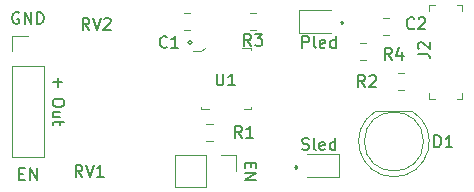
<source format=gbr>
G04 #@! TF.GenerationSoftware,KiCad,Pcbnew,5.1.5-52549c5~86~ubuntu16.04.1*
G04 #@! TF.CreationDate,2020-07-22T23:43:53+05:30*
G04 #@! TF.ProjectId,IR_Sensor_Module_555_V1.0,49525f53-656e-4736-9f72-5f4d6f64756c,rev?*
G04 #@! TF.SameCoordinates,Original*
G04 #@! TF.FileFunction,Legend,Top*
G04 #@! TF.FilePolarity,Positive*
%FSLAX46Y46*%
G04 Gerber Fmt 4.6, Leading zero omitted, Abs format (unit mm)*
G04 Created by KiCad (PCBNEW 5.1.5-52549c5~86~ubuntu16.04.1) date 2020-07-22 23:43:53*
%MOMM*%
%LPD*%
G04 APERTURE LIST*
%ADD10C,0.250000*%
%ADD11C,0.150000*%
%ADD12C,0.200000*%
%ADD13C,0.120000*%
%ADD14C,0.100000*%
G04 APERTURE END LIST*
D10*
X128676400Y-101626942D02*
X128724019Y-101674561D01*
X128676400Y-101722180D01*
X128628780Y-101674561D01*
X128676400Y-101626942D01*
X128676400Y-101722180D01*
X124764800Y-113869742D02*
X124812419Y-113917361D01*
X124764800Y-113964980D01*
X124717180Y-113917361D01*
X124764800Y-113869742D01*
X124764800Y-113964980D01*
D11*
X125341238Y-103830380D02*
X125341238Y-102830380D01*
X125722190Y-102830380D01*
X125817428Y-102878000D01*
X125865047Y-102925619D01*
X125912666Y-103020857D01*
X125912666Y-103163714D01*
X125865047Y-103258952D01*
X125817428Y-103306571D01*
X125722190Y-103354190D01*
X125341238Y-103354190D01*
X126484095Y-103830380D02*
X126388857Y-103782761D01*
X126341238Y-103687523D01*
X126341238Y-102830380D01*
X127246000Y-103782761D02*
X127150761Y-103830380D01*
X126960285Y-103830380D01*
X126865047Y-103782761D01*
X126817428Y-103687523D01*
X126817428Y-103306571D01*
X126865047Y-103211333D01*
X126960285Y-103163714D01*
X127150761Y-103163714D01*
X127246000Y-103211333D01*
X127293619Y-103306571D01*
X127293619Y-103401809D01*
X126817428Y-103497047D01*
X128150761Y-103830380D02*
X128150761Y-102830380D01*
X128150761Y-103782761D02*
X128055523Y-103830380D01*
X127865047Y-103830380D01*
X127769809Y-103782761D01*
X127722190Y-103735142D01*
X127674571Y-103639904D01*
X127674571Y-103354190D01*
X127722190Y-103258952D01*
X127769809Y-103211333D01*
X127865047Y-103163714D01*
X128055523Y-103163714D01*
X128150761Y-103211333D01*
X125317428Y-112418761D02*
X125460285Y-112466380D01*
X125698380Y-112466380D01*
X125793619Y-112418761D01*
X125841238Y-112371142D01*
X125888857Y-112275904D01*
X125888857Y-112180666D01*
X125841238Y-112085428D01*
X125793619Y-112037809D01*
X125698380Y-111990190D01*
X125507904Y-111942571D01*
X125412666Y-111894952D01*
X125365047Y-111847333D01*
X125317428Y-111752095D01*
X125317428Y-111656857D01*
X125365047Y-111561619D01*
X125412666Y-111514000D01*
X125507904Y-111466380D01*
X125746000Y-111466380D01*
X125888857Y-111514000D01*
X126460285Y-112466380D02*
X126365047Y-112418761D01*
X126317428Y-112323523D01*
X126317428Y-111466380D01*
X127222190Y-112418761D02*
X127126952Y-112466380D01*
X126936476Y-112466380D01*
X126841238Y-112418761D01*
X126793619Y-112323523D01*
X126793619Y-111942571D01*
X126841238Y-111847333D01*
X126936476Y-111799714D01*
X127126952Y-111799714D01*
X127222190Y-111847333D01*
X127269809Y-111942571D01*
X127269809Y-112037809D01*
X126793619Y-112133047D01*
X128126952Y-112466380D02*
X128126952Y-111466380D01*
X128126952Y-112418761D02*
X128031714Y-112466380D01*
X127841238Y-112466380D01*
X127746000Y-112418761D01*
X127698380Y-112371142D01*
X127650761Y-112275904D01*
X127650761Y-111990190D01*
X127698380Y-111894952D01*
X127746000Y-111847333D01*
X127841238Y-111799714D01*
X128031714Y-111799714D01*
X128126952Y-111847333D01*
X120975428Y-113561904D02*
X120975428Y-113895238D01*
X120451619Y-114038095D02*
X120451619Y-113561904D01*
X121451619Y-113561904D01*
X121451619Y-114038095D01*
X120451619Y-114466666D02*
X121451619Y-114466666D01*
X120451619Y-115038095D01*
X121451619Y-115038095D01*
X105028952Y-106751428D02*
X104267047Y-106751428D01*
X104648000Y-107132380D02*
X104648000Y-106370476D01*
X101346095Y-100846000D02*
X101250857Y-100798380D01*
X101108000Y-100798380D01*
X100965142Y-100846000D01*
X100869904Y-100941238D01*
X100822285Y-101036476D01*
X100774666Y-101226952D01*
X100774666Y-101369809D01*
X100822285Y-101560285D01*
X100869904Y-101655523D01*
X100965142Y-101750761D01*
X101108000Y-101798380D01*
X101203238Y-101798380D01*
X101346095Y-101750761D01*
X101393714Y-101703142D01*
X101393714Y-101369809D01*
X101203238Y-101369809D01*
X101822285Y-101798380D02*
X101822285Y-100798380D01*
X102393714Y-101798380D01*
X102393714Y-100798380D01*
X102869904Y-101798380D02*
X102869904Y-100798380D01*
X103108000Y-100798380D01*
X103250857Y-100846000D01*
X103346095Y-100941238D01*
X103393714Y-101036476D01*
X103441333Y-101226952D01*
X103441333Y-101369809D01*
X103393714Y-101560285D01*
X103346095Y-101655523D01*
X103250857Y-101750761D01*
X103108000Y-101798380D01*
X102869904Y-101798380D01*
X105195619Y-108386666D02*
X105195619Y-108577142D01*
X105148000Y-108672380D01*
X105052761Y-108767619D01*
X104862285Y-108815238D01*
X104528952Y-108815238D01*
X104338476Y-108767619D01*
X104243238Y-108672380D01*
X104195619Y-108577142D01*
X104195619Y-108386666D01*
X104243238Y-108291428D01*
X104338476Y-108196190D01*
X104528952Y-108148571D01*
X104862285Y-108148571D01*
X105052761Y-108196190D01*
X105148000Y-108291428D01*
X105195619Y-108386666D01*
X104862285Y-109672380D02*
X104195619Y-109672380D01*
X104862285Y-109243809D02*
X104338476Y-109243809D01*
X104243238Y-109291428D01*
X104195619Y-109386666D01*
X104195619Y-109529523D01*
X104243238Y-109624761D01*
X104290857Y-109672380D01*
X104862285Y-110005714D02*
X104862285Y-110386666D01*
X105195619Y-110148571D02*
X104338476Y-110148571D01*
X104243238Y-110196190D01*
X104195619Y-110291428D01*
X104195619Y-110386666D01*
X101369904Y-114482571D02*
X101703238Y-114482571D01*
X101846095Y-115006380D02*
X101369904Y-115006380D01*
X101369904Y-114006380D01*
X101846095Y-114006380D01*
X102274666Y-115006380D02*
X102274666Y-114006380D01*
X102846095Y-115006380D01*
X102846095Y-114006380D01*
D12*
X115974000Y-103378000D02*
G75*
G03X115974000Y-103378000I-150000J0D01*
G01*
D13*
X100778000Y-102810000D02*
X102108000Y-102810000D01*
X100778000Y-104140000D02*
X100778000Y-102810000D01*
X100778000Y-105410000D02*
X103438000Y-105410000D01*
X103438000Y-105410000D02*
X103438000Y-113090000D01*
X100778000Y-105410000D02*
X100778000Y-113090000D01*
X100778000Y-113090000D02*
X103438000Y-113090000D01*
D14*
X116772000Y-104106000D02*
X116072000Y-104106000D01*
X117072000Y-103806000D02*
X116772000Y-104106000D01*
X120972000Y-103826000D02*
X120972000Y-104026000D01*
X120272000Y-103826000D02*
X120972000Y-103826000D01*
X120972000Y-109026000D02*
X120372000Y-109026000D01*
X120972000Y-108826000D02*
X120972000Y-109026000D01*
X116772000Y-109026000D02*
X117472000Y-109026000D01*
X116772000Y-108826000D02*
X116772000Y-109026000D01*
D13*
X130218922Y-104850000D02*
X130736078Y-104850000D01*
X130218922Y-103430000D02*
X130736078Y-103430000D01*
X121416578Y-100890000D02*
X120899422Y-100890000D01*
X121416578Y-102310000D02*
X120899422Y-102310000D01*
X133423922Y-107390000D02*
X133941078Y-107390000D01*
X133423922Y-105970000D02*
X133941078Y-105970000D01*
X117222157Y-111714110D02*
X117739313Y-111714110D01*
X117222157Y-110294110D02*
X117739313Y-110294110D01*
X119762005Y-112928717D02*
X119762005Y-114258717D01*
X118432005Y-112928717D02*
X119762005Y-112928717D01*
X117162005Y-112928717D02*
X117162005Y-115588717D01*
X117162005Y-115588717D02*
X114562005Y-115588717D01*
X117162005Y-112928717D02*
X114562005Y-112928717D01*
X114562005Y-112928717D02*
X114562005Y-115588717D01*
D14*
X136099406Y-100220003D02*
X136099406Y-100720003D01*
X136099406Y-100220003D02*
X136599406Y-100220003D01*
X136099406Y-108120003D02*
X136099406Y-107620003D01*
X136099406Y-108120003D02*
X136599406Y-108120003D01*
X138899406Y-108120003D02*
X138399406Y-108120003D01*
X138899406Y-108120003D02*
X138899406Y-107620003D01*
X138899406Y-100220003D02*
X138899406Y-100720003D01*
X138899406Y-100220003D02*
X138399406Y-100220003D01*
D13*
X125061000Y-102566880D02*
X127746000Y-102566880D01*
X125061000Y-100646880D02*
X125061000Y-102566880D01*
X127746000Y-100646880D02*
X125061000Y-100646880D01*
X128431000Y-112832000D02*
X125746000Y-112832000D01*
X128431000Y-114752000D02*
X128431000Y-112832000D01*
X125746000Y-114752000D02*
X128431000Y-114752000D01*
X134641000Y-109200000D02*
X131551000Y-109200000D01*
X135596000Y-111760000D02*
G75*
G03X135596000Y-111760000I-2500000J0D01*
G01*
X133096462Y-114750000D02*
G75*
G02X131551170Y-109200000I-462J2990000D01*
G01*
X133095538Y-114750000D02*
G75*
G03X134640830Y-109200000I462J2990000D01*
G01*
X132679334Y-101285166D02*
X132162178Y-101285166D01*
X132679334Y-102705166D02*
X132162178Y-102705166D01*
X115311422Y-102310000D02*
X115828578Y-102310000D01*
X115311422Y-100890000D02*
X115828578Y-100890000D01*
D11*
X106719761Y-114752380D02*
X106386428Y-114276190D01*
X106148333Y-114752380D02*
X106148333Y-113752380D01*
X106529285Y-113752380D01*
X106624523Y-113800000D01*
X106672142Y-113847619D01*
X106719761Y-113942857D01*
X106719761Y-114085714D01*
X106672142Y-114180952D01*
X106624523Y-114228571D01*
X106529285Y-114276190D01*
X106148333Y-114276190D01*
X107005476Y-113752380D02*
X107338809Y-114752380D01*
X107672142Y-113752380D01*
X108529285Y-114752380D02*
X107957857Y-114752380D01*
X108243571Y-114752380D02*
X108243571Y-113752380D01*
X108148333Y-113895238D01*
X108053095Y-113990476D01*
X107957857Y-114038095D01*
X107303961Y-102306380D02*
X106970628Y-101830190D01*
X106732533Y-102306380D02*
X106732533Y-101306380D01*
X107113485Y-101306380D01*
X107208723Y-101354000D01*
X107256342Y-101401619D01*
X107303961Y-101496857D01*
X107303961Y-101639714D01*
X107256342Y-101734952D01*
X107208723Y-101782571D01*
X107113485Y-101830190D01*
X106732533Y-101830190D01*
X107589676Y-101306380D02*
X107923009Y-102306380D01*
X108256342Y-101306380D01*
X108542057Y-101401619D02*
X108589676Y-101354000D01*
X108684914Y-101306380D01*
X108923009Y-101306380D01*
X109018247Y-101354000D01*
X109065866Y-101401619D01*
X109113485Y-101496857D01*
X109113485Y-101592095D01*
X109065866Y-101734952D01*
X108494438Y-102306380D01*
X109113485Y-102306380D01*
X118084695Y-106005380D02*
X118084695Y-106814904D01*
X118132314Y-106910142D01*
X118179933Y-106957761D01*
X118275171Y-107005380D01*
X118465647Y-107005380D01*
X118560885Y-106957761D01*
X118608504Y-106910142D01*
X118656123Y-106814904D01*
X118656123Y-106005380D01*
X119656123Y-107005380D02*
X119084695Y-107005380D01*
X119370409Y-107005380D02*
X119370409Y-106005380D01*
X119275171Y-106148238D01*
X119179933Y-106243476D01*
X119084695Y-106291095D01*
X132929333Y-104820980D02*
X132596000Y-104344790D01*
X132357904Y-104820980D02*
X132357904Y-103820980D01*
X132738857Y-103820980D01*
X132834095Y-103868600D01*
X132881714Y-103916219D01*
X132929333Y-104011457D01*
X132929333Y-104154314D01*
X132881714Y-104249552D01*
X132834095Y-104297171D01*
X132738857Y-104344790D01*
X132357904Y-104344790D01*
X133786476Y-104154314D02*
X133786476Y-104820980D01*
X133548380Y-103773361D02*
X133310285Y-104487647D01*
X133929333Y-104487647D01*
X120991333Y-103654980D02*
X120658000Y-103178790D01*
X120419904Y-103654980D02*
X120419904Y-102654980D01*
X120800857Y-102654980D01*
X120896095Y-102702600D01*
X120943714Y-102750219D01*
X120991333Y-102845457D01*
X120991333Y-102988314D01*
X120943714Y-103083552D01*
X120896095Y-103131171D01*
X120800857Y-103178790D01*
X120419904Y-103178790D01*
X121324666Y-102654980D02*
X121943714Y-102654980D01*
X121610380Y-103035933D01*
X121753238Y-103035933D01*
X121848476Y-103083552D01*
X121896095Y-103131171D01*
X121943714Y-103226409D01*
X121943714Y-103464504D01*
X121896095Y-103559742D01*
X121848476Y-103607361D01*
X121753238Y-103654980D01*
X121467523Y-103654980D01*
X121372285Y-103607361D01*
X121324666Y-103559742D01*
X130643333Y-107132380D02*
X130310000Y-106656190D01*
X130071904Y-107132380D02*
X130071904Y-106132380D01*
X130452857Y-106132380D01*
X130548095Y-106180000D01*
X130595714Y-106227619D01*
X130643333Y-106322857D01*
X130643333Y-106465714D01*
X130595714Y-106560952D01*
X130548095Y-106608571D01*
X130452857Y-106656190D01*
X130071904Y-106656190D01*
X131024285Y-106227619D02*
X131071904Y-106180000D01*
X131167142Y-106132380D01*
X131405238Y-106132380D01*
X131500476Y-106180000D01*
X131548095Y-106227619D01*
X131595714Y-106322857D01*
X131595714Y-106418095D01*
X131548095Y-106560952D01*
X130976666Y-107132380D01*
X131595714Y-107132380D01*
X120229333Y-111458301D02*
X119896000Y-110982111D01*
X119657904Y-111458301D02*
X119657904Y-110458301D01*
X120038857Y-110458301D01*
X120134095Y-110505921D01*
X120181714Y-110553540D01*
X120229333Y-110648778D01*
X120229333Y-110791635D01*
X120181714Y-110886873D01*
X120134095Y-110934492D01*
X120038857Y-110982111D01*
X119657904Y-110982111D01*
X121181714Y-111458301D02*
X120610285Y-111458301D01*
X120896000Y-111458301D02*
X120896000Y-110458301D01*
X120800761Y-110601159D01*
X120705523Y-110696397D01*
X120610285Y-110744016D01*
X135113780Y-104346333D02*
X135828066Y-104346333D01*
X135970923Y-104393952D01*
X136066161Y-104489190D01*
X136113780Y-104632047D01*
X136113780Y-104727285D01*
X135209019Y-103917761D02*
X135161400Y-103870142D01*
X135113780Y-103774904D01*
X135113780Y-103536809D01*
X135161400Y-103441571D01*
X135209019Y-103393952D01*
X135304257Y-103346333D01*
X135399495Y-103346333D01*
X135542352Y-103393952D01*
X136113780Y-103965380D01*
X136113780Y-103346333D01*
X136523504Y-112237780D02*
X136523504Y-111237780D01*
X136761600Y-111237780D01*
X136904457Y-111285400D01*
X136999695Y-111380638D01*
X137047314Y-111475876D01*
X137094933Y-111666352D01*
X137094933Y-111809209D01*
X137047314Y-111999685D01*
X136999695Y-112094923D01*
X136904457Y-112190161D01*
X136761600Y-112237780D01*
X136523504Y-112237780D01*
X138047314Y-112237780D02*
X137475885Y-112237780D01*
X137761600Y-112237780D02*
X137761600Y-111237780D01*
X137666361Y-111380638D01*
X137571123Y-111475876D01*
X137475885Y-111523495D01*
X134808933Y-102160342D02*
X134761314Y-102207961D01*
X134618457Y-102255580D01*
X134523219Y-102255580D01*
X134380361Y-102207961D01*
X134285123Y-102112723D01*
X134237504Y-102017485D01*
X134189885Y-101827009D01*
X134189885Y-101684152D01*
X134237504Y-101493676D01*
X134285123Y-101398438D01*
X134380361Y-101303200D01*
X134523219Y-101255580D01*
X134618457Y-101255580D01*
X134761314Y-101303200D01*
X134808933Y-101350819D01*
X135189885Y-101350819D02*
X135237504Y-101303200D01*
X135332742Y-101255580D01*
X135570838Y-101255580D01*
X135666076Y-101303200D01*
X135713695Y-101350819D01*
X135761314Y-101446057D01*
X135761314Y-101541295D01*
X135713695Y-101684152D01*
X135142266Y-102255580D01*
X135761314Y-102255580D01*
X113879333Y-103735142D02*
X113831714Y-103782761D01*
X113688857Y-103830380D01*
X113593619Y-103830380D01*
X113450761Y-103782761D01*
X113355523Y-103687523D01*
X113307904Y-103592285D01*
X113260285Y-103401809D01*
X113260285Y-103258952D01*
X113307904Y-103068476D01*
X113355523Y-102973238D01*
X113450761Y-102878000D01*
X113593619Y-102830380D01*
X113688857Y-102830380D01*
X113831714Y-102878000D01*
X113879333Y-102925619D01*
X114831714Y-103830380D02*
X114260285Y-103830380D01*
X114546000Y-103830380D02*
X114546000Y-102830380D01*
X114450761Y-102973238D01*
X114355523Y-103068476D01*
X114260285Y-103116095D01*
M02*

</source>
